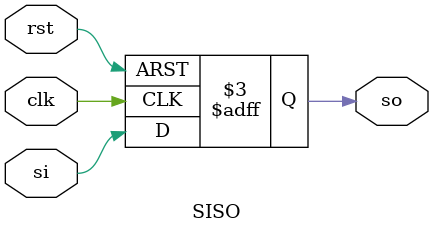
<source format=v>
`timescale 1ns / 1ps
module SISO(clk, rst, si, so);
input si;
input clk, rst;
output so;
reg so;
always @(posedge clk, posedge rst)
	begin
		if(rst==1'b1)
			so<=1'b0;
		else
			so <= si;
	end
	
endmodule
</source>
